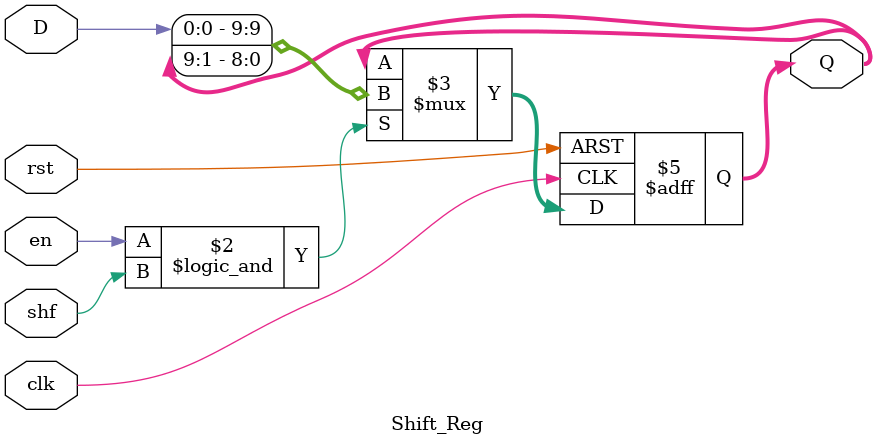
<source format=sv>
module Shift_Reg #(parameter N = 10) (
    input logic clk, rst,
    input logic D,              // un solo bit de entrada
    input logic en,
    input logic shf,
    output logic [N-1:0] Q
);

always_ff @(negedge clk or posedge rst) begin
    if (rst)
        Q <= '0;
    else if (en && shf)
        Q <= {D, Q[N-1:1]};
end

endmodule
</source>
